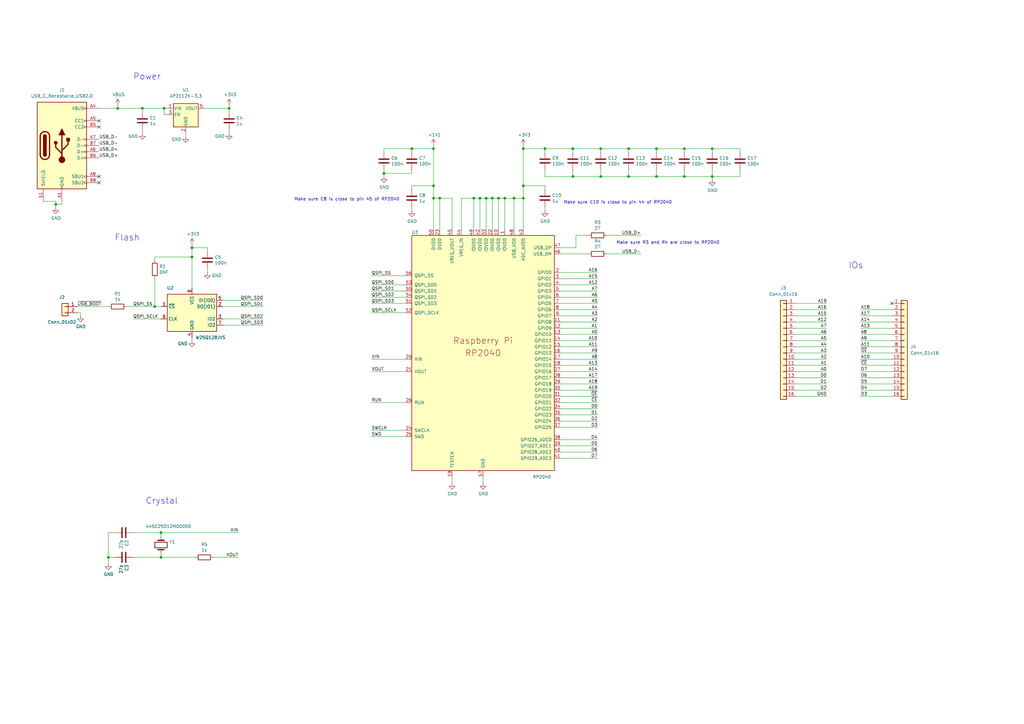
<source format=kicad_sch>
(kicad_sch (version 20211123) (generator eeschema)
  (paper "A3")
  (title_block (title "RP2040 Minimal Design Example") (date "2020-12-18") (rev "REV1") (company "Raspberry Pi (Trading) Ltd"))
  (lib_symbols
    (symbol "Connector:USB_C_Receptacle_USB2.0" (pin_names (offset 1.016))
      (property "Reference" "J" (at -10.16 19.05 0))
      (property "Value" "USB_C_Receptacle_USB2.0" (at 19.05 19.05 0))
      (symbol "USB_C_Receptacle_USB2.0_0_0"
        (rectangle (start -0.254 -17.78) (end 0.254 -16.764))
        (rectangle (start 10.16 -14.986) (end 9.144 -15.494))
        (rectangle (start 10.16 -12.446) (end 9.144 -12.954))
        (rectangle (start 10.16 -4.826) (end 9.144 -5.334))
        (rectangle (start 10.16 -2.286) (end 9.144 -2.794))
        (rectangle (start 10.16 0.254) (end 9.144 -0.254))
        (rectangle (start 10.16 2.794) (end 9.144 2.286))
        (rectangle (start 10.16 7.874) (end 9.144 7.366))
        (rectangle (start 10.16 10.414) (end 9.144 9.906))
        (rectangle (start 10.16 15.494) (end 9.144 14.986))
      )
      (symbol "USB_C_Receptacle_USB2.0_0_1"
        (rectangle (start -10.16 17.78) (end 10.16 -17.78) (stroke (width 0.254)) (fill (type background)))
        (arc (start -8.89 -3.81) (mid -6.985 -5.715) (end -5.08 -3.81) (stroke (width 0.508)))
        (arc (start -7.62 -3.81) (mid -6.985 -4.445) (end -6.35 -3.81) (stroke (width 0.254)))
        (arc (start -7.62 -3.81) (mid -6.985 -4.445) (end -6.35 -3.81) (stroke (width 0.254)) (fill (type outline)))
        (rectangle (start -7.62 -3.81) (end -6.35 3.81) (stroke (width 0.254)) (fill (type outline)))
        (arc (start -6.35 3.81) (mid -6.985 4.445) (end -7.62 3.81) (stroke (width 0.254)))
        (arc (start -6.35 3.81) (mid -6.985 4.445) (end -7.62 3.81) (stroke (width 0.254)) (fill (type outline)))
        (arc (start -5.08 3.81) (mid -6.985 5.715) (end -8.89 3.81) (stroke (width 0.508)))
        (circle (center -2.54 1.143) (radius 0.635) (stroke (width 0.254)) (fill (type outline)))
        (circle (center 0 -5.842) (radius 1.27) (fill (type outline)))
        (polyline (pts (xy -8.89 -3.81) (xy -8.89 3.81)) (stroke (width 0.508)))
        (polyline (pts (xy -5.08 3.81) (xy -5.08 -3.81)) (stroke (width 0.508)))
        (polyline (pts (xy 0 -5.842) (xy 0 4.318)) (stroke (width 0.508)))
        (polyline (pts (xy 0 -3.302) (xy -2.54 -0.762) (xy -2.54 0.508)) (stroke (width 0.508)))
        (polyline (pts (xy 0 -2.032) (xy 2.54 0.508) (xy 2.54 1.778)) (stroke (width 0.508)))
        (polyline (pts (xy -1.27 4.318) (xy 0 6.858) (xy 1.27 4.318) (xy -1.27 4.318)) (stroke (width 0.254)) (fill (type outline)))
        (rectangle (start 1.905 1.778) (end 3.175 3.048) (stroke (width 0.254)) (fill (type outline)))
      )
      (symbol "USB_C_Receptacle_USB2.0_1_1"
        (pin passive line (at 0 -22.86 90) (length 5.08) (name "GND") (number "A1"))
        (pin passive line (at 0 -22.86 90) (length 5.08) hide (name "GND") (number "A12"))
        (pin passive line (at 15.24 15.24 180) (length 5.08) (name "VBUS") (number "A4"))
        (pin bidirectional line (at 15.24 10.16 180) (length 5.08) (name "CC1") (number "A5"))
        (pin bidirectional line (at 15.24 -2.54 180) (length 5.08) (name "D+") (number "A6"))
        (pin bidirectional line (at 15.24 2.54 180) (length 5.08) (name "D-") (number "A7"))
        (pin bidirectional line (at 15.24 -12.7 180) (length 5.08) (name "SBU1") (number "A8"))
        (pin passive line (at 15.24 15.24 180) (length 5.08) hide (name "VBUS") (number "A9"))
        (pin passive line (at 0 -22.86 90) (length 5.08) hide (name "GND") (number "B1"))
        (pin passive line (at 0 -22.86 90) (length 5.08) hide (name "GND") (number "B12"))
        (pin passive line (at 15.24 15.24 180) (length 5.08) hide (name "VBUS") (number "B4"))
        (pin bidirectional line (at 15.24 7.62 180) (length 5.08) (name "CC2") (number "B5"))
        (pin bidirectional line (at 15.24 -5.08 180) (length 5.08) (name "D+") (number "B6"))
        (pin bidirectional line (at 15.24 0 180) (length 5.08) (name "D-") (number "B7"))
        (pin bidirectional line (at 15.24 -15.24 180) (length 5.08) (name "SBU2") (number "B8"))
        (pin passive line (at 15.24 15.24 180) (length 5.08) hide (name "VBUS") (number "B9"))
        (pin passive line (at -7.62 -22.86 90) (length 5.08) (name "SHIELD") (number "S1"))
      )
    )
    (symbol "Connector_Generic:Conn_01x02" (pin_names (offset 1.016) hide)
      (property "Reference" "J" (at 0 2.54 0))
      (property "Value" "Conn_01x02" (at 0 -5.08 0))
      (symbol "Conn_01x02_1_1"
        (rectangle (start -1.27 -2.413) (end 0 -2.667) (stroke (width 0.1524)))
        (rectangle (start -1.27 0.127) (end 0 -0.127) (stroke (width 0.1524)))
        (rectangle (start -1.27 1.27) (end 1.27 -3.81) (stroke (width 0.254)) (fill (type background)))
        (pin passive line (at -5.08 0 0) (length 3.81) (name "Pin_1") (number "1"))
        (pin passive line (at -5.08 -2.54 0) (length 3.81) (name "Pin_2") (number "2"))
      )
    )
    (symbol "Connector_Generic:Conn_01x16" (pin_names (offset 1.016) hide)
      (property "Reference" "J" (at 0 20.32 0))
      (property "Value" "Conn_01x16" (at 0 -22.86 0))
      (symbol "Conn_01x16_1_1"
        (rectangle (start -1.27 -20.193) (end 0 -20.447) (stroke (width 0.1524)))
        (rectangle (start -1.27 -17.653) (end 0 -17.907) (stroke (width 0.1524)))
        (rectangle (start -1.27 -15.113) (end 0 -15.367) (stroke (width 0.1524)))
        (rectangle (start -1.27 -12.573) (end 0 -12.827) (stroke (width 0.1524)))
        (rectangle (start -1.27 -10.033) (end 0 -10.287) (stroke (width 0.1524)))
        (rectangle (start -1.27 -7.493) (end 0 -7.747) (stroke (width 0.1524)))
        (rectangle (start -1.27 -4.953) (end 0 -5.207) (stroke (width 0.1524)))
        (rectangle (start -1.27 -2.413) (end 0 -2.667) (stroke (width 0.1524)))
        (rectangle (start -1.27 0.127) (end 0 -0.127) (stroke (width 0.1524)))
        (rectangle (start -1.27 2.667) (end 0 2.413) (stroke (width 0.1524)))
        (rectangle (start -1.27 5.207) (end 0 4.953) (stroke (width 0.1524)))
        (rectangle (start -1.27 7.747) (end 0 7.493) (stroke (width 0.1524)))
        (rectangle (start -1.27 10.287) (end 0 10.033) (stroke (width 0.1524)))
        (rectangle (start -1.27 12.827) (end 0 12.573) (stroke (width 0.1524)))
        (rectangle (start -1.27 15.367) (end 0 15.113) (stroke (width 0.1524)))
        (rectangle (start -1.27 17.907) (end 0 17.653) (stroke (width 0.1524)))
        (rectangle (start -1.27 19.05) (end 1.27 -21.59) (stroke (width 0.254)) (fill (type background)))
        (pin passive line (at -5.08 17.78 0) (length 3.81) (name "Pin_1") (number "1"))
        (pin passive line (at -5.08 -5.08 0) (length 3.81) (name "Pin_10") (number "10"))
        (pin passive line (at -5.08 -7.62 0) (length 3.81) (name "Pin_11") (number "11"))
        (pin passive line (at -5.08 -10.16 0) (length 3.81) (name "Pin_12") (number "12"))
        (pin passive line (at -5.08 -12.7 0) (length 3.81) (name "Pin_13") (number "13"))
        (pin passive line (at -5.08 -15.24 0) (length 3.81) (name "Pin_14") (number "14"))
        (pin passive line (at -5.08 -17.78 0) (length 3.81) (name "Pin_15") (number "15"))
        (pin passive line (at -5.08 -20.32 0) (length 3.81) (name "Pin_16") (number "16"))
        (pin passive line (at -5.08 15.24 0) (length 3.81) (name "Pin_2") (number "2"))
        (pin passive line (at -5.08 12.7 0) (length 3.81) (name "Pin_3") (number "3"))
        (pin passive line (at -5.08 10.16 0) (length 3.81) (name "Pin_4") (number "4"))
        (pin passive line (at -5.08 7.62 0) (length 3.81) (name "Pin_5") (number "5"))
        (pin passive line (at -5.08 5.08 0) (length 3.81) (name "Pin_6") (number "6"))
        (pin passive line (at -5.08 2.54 0) (length 3.81) (name "Pin_7") (number "7"))
        (pin passive line (at -5.08 0 0) (length 3.81) (name "Pin_8") (number "8"))
        (pin passive line (at -5.08 -2.54 0) (length 3.81) (name "Pin_9") (number "9"))
      )
    )
    (symbol "Device:C" (pin_numbers hide) (pin_names (offset 0.254))
      (property "Reference" "C" (at 0.635 2.54 0))
      (property "Value" "C" (at 0.635 -2.54 0))
      (symbol "C_0_1"
        (polyline (pts (xy -2.032 -0.762) (xy 2.032 -0.762)) (stroke (width 0.508)))
        (polyline (pts (xy -2.032 0.762) (xy 2.032 0.762)) (stroke (width 0.508)))
      )
      (symbol "C_1_1"
        (pin passive line (at 0 3.81 270) (length 2.794) (name "~") (number "1"))
        (pin passive line (at 0 -3.81 90) (length 2.794) (name "~") (number "2"))
      )
    )
    (symbol "Device:Crystal" (pin_numbers hide) (pin_names (offset 1.016) hide)
      (property "Reference" "Y" (at 0 3.81 0))
      (property "Value" "Crystal" (at 0 -3.81 0))
      (symbol "Crystal_0_1"
        (rectangle (start -1.143 2.54) (end 1.143 -2.54) (stroke (width 0.3048)))
        (polyline (pts (xy -2.54 0) (xy -1.905 0)))
        (polyline (pts (xy -1.905 -1.27) (xy -1.905 1.27)) (stroke (width 0.508)))
        (polyline (pts (xy 1.905 -1.27) (xy 1.905 1.27)) (stroke (width 0.508)))
        (polyline (pts (xy 2.54 0) (xy 1.905 0)))
      )
      (symbol "Crystal_1_1"
        (pin passive line (at -3.81 0 0) (length 1.27) (name "1") (number "1"))
        (pin passive line (at 3.81 0 180) (length 1.27) (name "2") (number "2"))
      )
    )
    (symbol "Device:R" (pin_numbers hide) (pin_names (offset 0))
      (property "Reference" "R" (at 2.032 0 90))
      (property "Value" "R" (at 0 0 90))
      (symbol "R_0_1"
        (rectangle (start -1.016 -2.54) (end 1.016 2.54) (stroke (width 0.254)))
      )
      (symbol "R_1_1"
        (pin passive line (at 0 3.81 270) (length 1.27) (name "~") (number "1"))
        (pin passive line (at 0 -3.81 90) (length 1.27) (name "~") (number "2"))
      )
    )
    (symbol "MCU_RaspberryPi_RP2040:RP2040" (pin_names (offset 1.016))
      (property "Reference" "U" (at -29.21 49.53 0))
      (property "Value" "RP2040" (at 24.13 -49.53 0))
      (symbol "RP2040_0_0"
        (text "Raspberry Pi" (at 0 5.08 0) (effects (font (size 2.54 2.54))))
        (text "RP2040" (at 0 0 0) (effects (font (size 2.54 2.54))))
      )
      (symbol "RP2040_0_1"
        (rectangle (start 29.21 48.26) (end -29.21 -48.26) (stroke (width 0.254)) (fill (type background)))
      )
      (symbol "RP2040_1_1"
        (pin power_in line (at 8.89 50.8 270) (length 2.54) (name "IOVDD") (number "1"))
        (pin power_in line (at 6.35 50.8 270) (length 2.54) (name "IOVDD") (number "10"))
        (pin bidirectional line (at 31.75 12.7 180) (length 2.54) (name "GPIO8") (number "11"))
        (pin bidirectional line (at 31.75 10.16 180) (length 2.54) (name "GPIO9") (number "12"))
        (pin bidirectional line (at 31.75 7.62 180) (length 2.54) (name "GPIO10") (number "13"))
        (pin bidirectional line (at 31.75 5.08 180) (length 2.54) (name "GPIO11") (number "14"))
        (pin bidirectional line (at 31.75 2.54 180) (length 2.54) (name "GPIO12") (number "15"))
        (pin bidirectional line (at 31.75 0 180) (length 2.54) (name "GPIO13") (number "16"))
        (pin bidirectional line (at 31.75 -2.54 180) (length 2.54) (name "GPIO14") (number "17"))
        (pin bidirectional line (at 31.75 -5.08 180) (length 2.54) (name "GPIO15") (number "18"))
        (pin passive line (at -12.7 -50.8 90) (length 2.54) (name "TESTEN") (number "19"))
        (pin bidirectional line (at 31.75 33.02 180) (length 2.54) (name "GPIO0") (number "2"))
        (pin input line (at -31.75 -2.54 0) (length 2.54) (name "XIN") (number "20"))
        (pin passive line (at -31.75 -7.62 0) (length 2.54) (name "XOUT") (number "21"))
        (pin power_in line (at 3.81 50.8 270) (length 2.54) (name "IOVDD") (number "22"))
        (pin power_in line (at -17.78 50.8 270) (length 2.54) (name "DVDD") (number "23"))
        (pin output line (at -31.75 -31.75 0) (length 2.54) (name "SWCLK") (number "24"))
        (pin bidirectional line (at -31.75 -34.29 0) (length 2.54) (name "SWD") (number "25"))
        (pin input line (at -31.75 -20.32 0) (length 2.54) (name "RUN") (number "26"))
        (pin bidirectional line (at 31.75 -7.62 180) (length 2.54) (name "GPIO16") (number "27"))
        (pin bidirectional line (at 31.75 -10.16 180) (length 2.54) (name "GPIO17") (number "28"))
        (pin bidirectional line (at 31.75 -12.7 180) (length 2.54) (name "GPIO18") (number "29"))
        (pin bidirectional line (at 31.75 30.48 180) (length 2.54) (name "GPIO1") (number "3"))
        (pin bidirectional line (at 31.75 -15.24 180) (length 2.54) (name "GPIO19") (number "30"))
        (pin bidirectional line (at 31.75 -17.78 180) (length 2.54) (name "GPIO20") (number "31"))
        (pin bidirectional line (at 31.75 -20.32 180) (length 2.54) (name "GPIO21") (number "32"))
        (pin power_in line (at 1.27 50.8 270) (length 2.54) (name "IOVDD") (number "33"))
        (pin bidirectional line (at 31.75 -22.86 180) (length 2.54) (name "GPIO22") (number "34"))
        (pin bidirectional line (at 31.75 -25.4 180) (length 2.54) (name "GPIO23") (number "35"))
        (pin bidirectional line (at 31.75 -27.94 180) (length 2.54) (name "GPIO24") (number "36"))
        (pin bidirectional line (at 31.75 -30.48 180) (length 2.54) (name "GPIO25") (number "37"))
        (pin bidirectional line (at 31.75 -35.56 180) (length 2.54) (name "GPIO26_ADC0") (number "38"))
        (pin bidirectional line (at 31.75 -38.1 180) (length 2.54) (name "GPIO27_ADC1") (number "39"))
        (pin bidirectional line (at 31.75 27.94 180) (length 2.54) (name "GPIO2") (number "4"))
        (pin bidirectional line (at 31.75 -40.64 180) (length 2.54) (name "GPIO28_ADC2") (number "40"))
        (pin bidirectional line (at 31.75 -43.18 180) (length 2.54) (name "GPIO29_ADC3") (number "41"))
        (pin power_in line (at -1.27 50.8 270) (length 2.54) (name "IOVDD") (number "42"))
        (pin power_in line (at 16.51 50.8 270) (length 2.54) (name "ADC_AVDD") (number "43"))
        (pin power_in line (at -8.89 50.8 270) (length 2.54) (name "VREG_IN") (number "44"))
        (pin power_out line (at -12.7 50.8 270) (length 2.54) (name "VREG_VOUT") (number "45"))
        (pin bidirectional line (at 31.75 40.64 180) (length 2.54) (name "USB_DM") (number "46"))
        (pin bidirectional line (at 31.75 43.18 180) (length 2.54) (name "USB_DP") (number "47"))
        (pin power_in line (at 12.7 50.8 270) (length 2.54) (name "USB_VDD") (number "48"))
        (pin power_in line (at -3.81 50.8 270) (length 2.54) (name "IOVDD") (number "49"))
        (pin bidirectional line (at 31.75 25.4 180) (length 2.54) (name "GPIO3") (number "5"))
        (pin power_in line (at -20.32 50.8 270) (length 2.54) (name "DVDD") (number "50"))
        (pin bidirectional line (at -31.75 20.32 0) (length 2.54) (name "QSPI_SD3") (number "51"))
        (pin output line (at -31.75 16.51 0) (length 2.54) (name "QSPI_SCLK") (number "52"))
        (pin bidirectional line (at -31.75 27.94 0) (length 2.54) (name "QSPI_SD0") (number "53"))
        (pin bidirectional line (at -31.75 22.86 0) (length 2.54) (name "QSPI_SD2") (number "54"))
        (pin bidirectional line (at -31.75 25.4 0) (length 2.54) (name "QSPI_SD1") (number "55"))
        (pin bidirectional line (at -31.75 31.75 0) (length 2.54) (name "QSPI_SS") (number "56"))
        (pin power_in line (at 0 -50.8 90) (length 2.54) (name "GND") (number "57"))
        (pin bidirectional line (at 31.75 22.86 180) (length 2.54) (name "GPIO4") (number "6"))
        (pin bidirectional line (at 31.75 20.32 180) (length 2.54) (name "GPIO5") (number "7"))
        (pin bidirectional line (at 31.75 17.78 180) (length 2.54) (name "GPIO6") (number "8"))
        (pin bidirectional line (at 31.75 15.24 180) (length 2.54) (name "GPIO7") (number "9"))
      )
    )
    (symbol "Memory_Flash:W25Q128JVS"
      (property "Reference" "U" (at -8.89 8.89 0))
      (property "Value" "W25Q128JVS" (at 7.62 8.89 0))
      (symbol "W25Q128JVS_0_1"
        (rectangle (start -10.16 7.62) (end 10.16 -7.62) (stroke (width 0.254)) (fill (type background)))
      )
      (symbol "W25Q128JVS_1_1"
        (pin input line (at -12.7 2.54 0) (length 2.54) (name "~{CS}") (number "1"))
        (pin bidirectional line (at 12.7 2.54 180) (length 2.54) (name "DO(IO1)") (number "2"))
        (pin bidirectional line (at 12.7 -2.54 180) (length 2.54) (name "IO2") (number "3"))
        (pin power_in line (at 0 -10.16 90) (length 2.54) (name "GND") (number "4"))
        (pin bidirectional line (at 12.7 5.08 180) (length 2.54) (name "DI(IO0)") (number "5"))
        (pin input line (at -12.7 -2.54 0) (length 2.54) (name "CLK") (number "6"))
        (pin bidirectional line (at 12.7 -5.08 180) (length 2.54) (name "IO3") (number "7"))
        (pin power_in line (at 0 10.16 270) (length 2.54) (name "VCC") (number "8"))
      )
    )
    (symbol "Regulator_Linear:AP2112K-3.3" (pin_names (offset 0.254))
      (property "Reference" "U" (at -5.08 5.715 0))
      (property "Value" "AP2112K-3.3" (at 0 5.715 0))
      (symbol "AP2112K-3.3_0_1"
        (rectangle (start -5.08 4.445) (end 5.08 -5.08) (stroke (width 0.254)) (fill (type background)))
      )
      (symbol "AP2112K-3.3_1_1"
        (pin power_in line (at -7.62 2.54 0) (length 2.54) (name "VIN") (number "1"))
        (pin power_in line (at 0 -7.62 90) (length 2.54) (name "GND") (number "2"))
        (pin input line (at -7.62 0 0) (length 2.54) (name "EN") (number "3"))
        (pin no_connect line (at 5.08 0 180) (length 2.54) hide (name "NC") (number "4"))
        (pin power_out line (at 7.62 2.54 180) (length 2.54) (name "VOUT") (number "5"))
      )
    )
    (symbol "power:+1V1" (power) (pin_names (offset 0))
      (property "Value" "+1V1" (at 0 3.556 0))
      (symbol "+1V1_0_1"
        (polyline (pts (xy -0.762 1.27) (xy 0 2.54)))
        (polyline (pts (xy 0 0) (xy 0 2.54)))
        (polyline (pts (xy 0 2.54) (xy 0.762 1.27)))
      )
      (symbol "+1V1_1_1"
        (pin power_in line (at 0 0 90) (length 0) hide (name "+1V1") (number "1"))
      )
    )
    (symbol "power:+3V3" (power) (pin_names (offset 0))
      (property "Value" "+3V3" (at 0 3.556 0))
      (symbol "+3V3_0_1"
        (polyline (pts (xy -0.762 1.27) (xy 0 2.54)))
        (polyline (pts (xy 0 0) (xy 0 2.54)))
        (polyline (pts (xy 0 2.54) (xy 0.762 1.27)))
      )
      (symbol "+3V3_1_1"
        (pin power_in line (at 0 0 90) (length 0) hide (name "+3V3") (number "1"))
      )
    )
    (symbol "power:GND" (power) (pin_names (offset 0))
      (property "Value" "GND" (at 0 -3.81 0))
      (symbol "GND_0_1"
        (polyline (pts (xy 0 0) (xy 0 -1.27) (xy 1.27 -1.27) (xy 0 -2.54) (xy -1.27 -1.27) (xy 0 -1.27)))
      )
      (symbol "GND_1_1"
        (pin power_in line (at 0 0 270) (length 0) hide (name "GND") (number "1"))
      )
    )
    (symbol "power:VBUS" (power) (pin_names (offset 0))
      (property "Value" "VBUS" (at 0 3.81 0))
      (symbol "VBUS_0_1"
        (polyline (pts (xy -0.762 1.27) (xy 0 2.54)))
        (polyline (pts (xy 0 0) (xy 0 2.54)))
        (polyline (pts (xy 0 2.54) (xy 0.762 1.27)))
      )
      (symbol "VBUS_1_1"
        (pin power_in line (at 0 0 90) (length 0) hide (name "VBUS") (number "1"))
      )
    )
  )
  (junction (at 257.81 60.96))
  (junction (at 78.74 101.6))
  (junction (at 269.24 60.96))
  (junction (at 157.48 71.12))
  (junction (at 22.86 83.82))
  (junction (at 246.38 72.39))
  (junction (at 66.04 218.44))
  (junction (at 168.91 60.96))
  (junction (at 234.95 60.96))
  (junction (at 44.45 228.6))
  (junction (at 257.81 72.39))
  (junction (at 93.98 44.45))
  (junction (at 223.52 60.96))
  (junction (at 194.31 81.28))
  (junction (at 280.67 60.96))
  (junction (at 177.8 60.96))
  (junction (at 214.63 81.28))
  (junction (at 199.39 81.28))
  (junction (at 214.63 76.2))
  (junction (at 292.1 60.96))
  (junction (at 292.1 72.39))
  (junction (at 214.63 60.96))
  (junction (at 269.24 72.39))
  (junction (at 196.85 81.28))
  (junction (at 48.26 44.45))
  (junction (at 210.82 81.28))
  (junction (at 280.67 72.39))
  (junction (at 177.8 76.2))
  (junction (at 234.95 72.39))
  (junction (at 180.34 81.28))
  (junction (at 67.31 44.45))
  (junction (at 207.01 81.28))
  (junction (at 204.47 81.28))
  (junction (at 78.74 105.41))
  (junction (at 63.5 125.73))
  (junction (at 66.04 228.6))
  (junction (at 201.93 81.28))
  (junction (at 58.42 44.45))
  (junction (at 246.38 60.96))
  (junction (at 177.8 81.28))
  (no_connect (at 40.64 49.53))
  (no_connect (at 365.76 124.46))
  (no_connect (at 40.64 72.39))
  (no_connect (at 40.64 52.07))
  (no_connect (at 40.64 74.93))
  (wire (pts (xy 76.2 54.61) (xy 76.2 55.88)))
  (wire (pts (xy 166.37 152.4) (xy 152.4 152.4)))
  (wire (pts (xy 85.09 110.49) (xy 85.09 111.76)))
  (wire (pts (xy 303.53 62.23) (xy 303.53 60.96)))
  (wire (pts (xy 44.45 125.73) (xy 31.75 125.73)))
  (wire (pts (xy 269.24 69.85) (xy 269.24 72.39)))
  (wire (pts (xy 339.09 149.86) (xy 326.39 149.86)))
  (wire (pts (xy 229.87 167.64) (xy 245.11 167.64)))
  (wire (pts (xy 353.06 144.78) (xy 365.76 144.78)))
  (wire (pts (xy 157.48 60.96) (xy 168.91 60.96)))
  (wire (pts (xy 353.06 154.94) (xy 365.76 154.94)))
  (wire (pts (xy 185.42 195.58) (xy 185.42 198.12)))
  (wire (pts (xy 83.82 44.45) (xy 93.98 44.45)))
  (wire (pts (xy 54.61 228.6) (xy 66.04 228.6)))
  (wire (pts (xy 166.37 179.07) (xy 152.4 179.07)))
  (wire (pts (xy 229.87 111.76) (xy 245.11 111.76)))
  (wire (pts (xy 229.87 101.6) (xy 236.22 101.6)))
  (wire (pts (xy 194.31 93.98) (xy 194.31 81.28)))
  (wire (pts (xy 157.48 62.23) (xy 157.48 60.96)))
  (wire (pts (xy 67.31 44.45) (xy 67.31 46.99)))
  (wire (pts (xy 229.87 149.86) (xy 245.11 149.86)))
  (wire (pts (xy 44.45 218.44) (xy 44.45 228.6)))
  (wire (pts (xy 91.44 123.19) (xy 107.95 123.19)))
  (wire (pts (xy 78.74 105.41) (xy 78.74 118.11)))
  (wire (pts (xy 68.58 46.99) (xy 67.31 46.99)))
  (wire (pts (xy 229.87 160.02) (xy 245.11 160.02)))
  (wire (pts (xy 68.58 44.45) (xy 67.31 44.45)))
  (wire (pts (xy 229.87 142.24) (xy 245.11 142.24)))
  (wire (pts (xy 196.85 81.28) (xy 199.39 81.28)))
  (wire (pts (xy 177.8 81.28) (xy 177.8 93.98)))
  (wire (pts (xy 63.5 114.3) (xy 63.5 125.73)))
  (wire (pts (xy 339.09 147.32) (xy 326.39 147.32)))
  (wire (pts (xy 177.8 59.69) (xy 177.8 60.96)))
  (wire (pts (xy 199.39 81.28) (xy 201.93 81.28)))
  (wire (pts (xy 229.87 116.84) (xy 245.11 116.84)))
  (wire (pts (xy 229.87 144.78) (xy 245.11 144.78)))
  (wire (pts (xy 48.26 44.45) (xy 58.42 44.45)))
  (wire (pts (xy 353.06 132.08) (xy 365.76 132.08)))
  (wire (pts (xy 229.87 172.72) (xy 245.11 172.72)))
  (wire (pts (xy 339.09 124.46) (xy 326.39 124.46)))
  (wire (pts (xy 229.87 187.96) (xy 245.11 187.96)))
  (wire (pts (xy 40.64 44.45) (xy 48.26 44.45)))
  (wire (pts (xy 58.42 45.72) (xy 58.42 44.45)))
  (wire (pts (xy 207.01 81.28) (xy 210.82 81.28)))
  (wire (pts (xy 236.22 96.52) (xy 241.3 96.52)))
  (wire (pts (xy 66.04 218.44) (xy 97.79 218.44)))
  (wire (pts (xy 229.87 119.38) (xy 245.11 119.38)))
  (wire (pts (xy 22.86 82.55) (xy 22.86 83.82)))
  (wire (pts (xy 339.09 134.62) (xy 326.39 134.62)))
  (wire (pts (xy 168.91 62.23) (xy 168.91 60.96)))
  (wire (pts (xy 85.09 101.6) (xy 78.74 101.6)))
  (wire (pts (xy 207.01 81.28) (xy 207.01 93.98)))
  (wire (pts (xy 269.24 60.96) (xy 280.67 60.96)))
  (wire (pts (xy 177.8 76.2) (xy 177.8 81.28)))
  (wire (pts (xy 46.99 218.44) (xy 44.45 218.44)))
  (wire (pts (xy 22.86 83.82) (xy 22.86 85.09)))
  (wire (pts (xy 185.42 81.28) (xy 180.34 81.28)))
  (wire (pts (xy 353.06 127) (xy 365.76 127)))
  (wire (pts (xy 246.38 62.23) (xy 246.38 60.96)))
  (wire (pts (xy 292.1 72.39) (xy 303.53 72.39)))
  (wire (pts (xy 152.4 147.32) (xy 166.37 147.32)))
  (wire (pts (xy 168.91 60.96) (xy 177.8 60.96)))
  (wire (pts (xy 246.38 69.85) (xy 246.38 72.39)))
  (wire (pts (xy 214.63 76.2) (xy 223.52 76.2)))
  (wire (pts (xy 280.67 60.96) (xy 292.1 60.96)))
  (wire (pts (xy 292.1 60.96) (xy 303.53 60.96)))
  (wire (pts (xy 166.37 176.53) (xy 152.4 176.53)))
  (wire (pts (xy 257.81 69.85) (xy 257.81 72.39)))
  (wire (pts (xy 229.87 134.62) (xy 245.11 134.62)))
  (wire (pts (xy 180.34 81.28) (xy 177.8 81.28)))
  (wire (pts (xy 229.87 154.94) (xy 245.11 154.94)))
  (wire (pts (xy 229.87 114.3) (xy 245.11 114.3)))
  (wire (pts (xy 152.4 119.38) (xy 166.37 119.38)))
  (wire (pts (xy 194.31 81.28) (xy 196.85 81.28)))
  (wire (pts (xy 353.06 149.86) (xy 365.76 149.86)))
  (wire (pts (xy 303.53 69.85) (xy 303.53 72.39)))
  (wire (pts (xy 339.09 157.48) (xy 326.39 157.48)))
  (wire (pts (xy 63.5 125.73) (xy 66.04 125.73)))
  (wire (pts (xy 214.63 59.69) (xy 214.63 60.96)))
  (wire (pts (xy 91.44 133.35) (xy 107.95 133.35)))
  (wire (pts (xy 33.02 128.27) (xy 33.02 129.54)))
  (wire (pts (xy 157.48 71.12) (xy 168.91 71.12)))
  (wire (pts (xy 196.85 93.98) (xy 196.85 81.28)))
  (wire (pts (xy 223.52 77.47) (xy 223.52 76.2)))
  (wire (pts (xy 54.61 218.44) (xy 66.04 218.44)))
  (wire (pts (xy 54.61 130.81) (xy 66.04 130.81)))
  (wire (pts (xy 66.04 227.33) (xy 66.04 228.6)))
  (wire (pts (xy 257.81 62.23) (xy 257.81 60.96)))
  (wire (pts (xy 229.87 180.34) (xy 245.11 180.34)))
  (wire (pts (xy 229.87 129.54) (xy 245.11 129.54)))
  (wire (pts (xy 269.24 72.39) (xy 257.81 72.39)))
  (wire (pts (xy 339.09 132.08) (xy 326.39 132.08)))
  (wire (pts (xy 229.87 170.18) (xy 245.11 170.18)))
  (wire (pts (xy 67.31 44.45) (xy 58.42 44.45)))
  (wire (pts (xy 152.4 124.46) (xy 166.37 124.46)))
  (wire (pts (xy 66.04 228.6) (xy 80.01 228.6)))
  (wire (pts (xy 166.37 165.1) (xy 152.4 165.1)))
  (wire (pts (xy 78.74 100.33) (xy 78.74 101.6)))
  (wire (pts (xy 292.1 72.39) (xy 292.1 73.66)))
  (wire (pts (xy 229.87 104.14) (xy 241.3 104.14)))
  (wire (pts (xy 204.47 81.28) (xy 207.01 81.28)))
  (wire (pts (xy 353.06 129.54) (xy 365.76 129.54)))
  (wire (pts (xy 353.06 162.56) (xy 365.76 162.56)))
  (wire (pts (xy 229.87 124.46) (xy 245.11 124.46)))
  (wire (pts (xy 229.87 162.56) (xy 245.11 162.56)))
  (wire (pts (xy 58.42 53.34) (xy 58.42 54.61)))
  (wire (pts (xy 229.87 185.42) (xy 245.11 185.42)))
  (wire (pts (xy 223.52 85.09) (xy 223.52 86.36)))
  (wire (pts (xy 339.09 160.02) (xy 326.39 160.02)))
  (wire (pts (xy 214.63 81.28) (xy 214.63 93.98)))
  (wire (pts (xy 353.06 157.48) (xy 365.76 157.48)))
  (wire (pts (xy 44.45 228.6) (xy 44.45 231.14)))
  (wire (pts (xy 189.23 93.98) (xy 189.23 81.28)))
  (wire (pts (xy 177.8 60.96) (xy 177.8 76.2)))
  (wire (pts (xy 229.87 121.92) (xy 245.11 121.92)))
  (wire (pts (xy 280.67 62.23) (xy 280.67 60.96)))
  (wire (pts (xy 204.47 93.98) (xy 204.47 81.28)))
  (wire (pts (xy 66.04 219.71) (xy 66.04 218.44)))
  (wire (pts (xy 353.06 139.7) (xy 365.76 139.7)))
  (wire (pts (xy 257.81 60.96) (xy 269.24 60.96)))
  (wire (pts (xy 210.82 93.98) (xy 210.82 81.28)))
  (wire (pts (xy 234.95 69.85) (xy 234.95 72.39)))
  (wire (pts (xy 91.44 125.73) (xy 107.95 125.73)))
  (wire (pts (xy 198.12 195.58) (xy 198.12 198.12)))
  (wire (pts (xy 353.06 137.16) (xy 365.76 137.16)))
  (wire (pts (xy 168.91 77.47) (xy 168.91 76.2)))
  (wire (pts (xy 25.4 82.55) (xy 25.4 83.82)))
  (wire (pts (xy 246.38 60.96) (xy 257.81 60.96)))
  (wire (pts (xy 168.91 85.09) (xy 168.91 86.36)))
  (wire (pts (xy 248.92 104.14) (xy 262.89 104.14)))
  (wire (pts (xy 339.09 162.56) (xy 326.39 162.56)))
  (wire (pts (xy 210.82 81.28) (xy 214.63 81.28)))
  (wire (pts (xy 339.09 137.16) (xy 326.39 137.16)))
  (wire (pts (xy 168.91 76.2) (xy 177.8 76.2)))
  (wire (pts (xy 87.63 228.6) (xy 97.79 228.6)))
  (wire (pts (xy 257.81 72.39) (xy 246.38 72.39)))
  (wire (pts (xy 339.09 144.78) (xy 326.39 144.78)))
  (wire (pts (xy 22.86 82.55) (xy 17.78 82.55)))
  (wire (pts (xy 229.87 127) (xy 245.11 127)))
  (wire (pts (xy 78.74 138.43) (xy 78.74 139.7)))
  (wire (pts (xy 168.91 71.12) (xy 168.91 69.85)))
  (wire (pts (xy 214.63 60.96) (xy 223.52 60.96)))
  (wire (pts (xy 292.1 69.85) (xy 292.1 72.39)))
  (wire (pts (xy 91.44 130.81) (xy 107.95 130.81)))
  (wire (pts (xy 236.22 96.52) (xy 236.22 101.6)))
  (wire (pts (xy 234.95 62.23) (xy 234.95 60.96)))
  (wire (pts (xy 229.87 147.32) (xy 245.11 147.32)))
  (wire (pts (xy 93.98 53.34) (xy 93.98 54.61)))
  (wire (pts (xy 234.95 60.96) (xy 246.38 60.96)))
  (wire (pts (xy 339.09 152.4) (xy 326.39 152.4)))
  (wire (pts (xy 52.07 125.73) (xy 63.5 125.73)))
  (wire (pts (xy 63.5 105.41) (xy 78.74 105.41)))
  (wire (pts (xy 229.87 157.48) (xy 245.11 157.48)))
  (wire (pts (xy 25.4 83.82) (xy 22.86 83.82)))
  (wire (pts (xy 248.92 96.52) (xy 262.89 96.52)))
  (wire (pts (xy 180.34 93.98) (xy 180.34 81.28)))
  (wire (pts (xy 229.87 152.4) (xy 245.11 152.4)))
  (wire (pts (xy 157.48 71.12) (xy 157.48 72.39)))
  (wire (pts (xy 339.09 129.54) (xy 326.39 129.54)))
  (wire (pts (xy 48.26 43.18) (xy 48.26 44.45)))
  (wire (pts (xy 201.93 93.98) (xy 201.93 81.28)))
  (wire (pts (xy 229.87 175.26) (xy 245.11 175.26)))
  (wire (pts (xy 353.06 134.62) (xy 365.76 134.62)))
  (wire (pts (xy 223.52 62.23) (xy 223.52 60.96)))
  (wire (pts (xy 214.63 76.2) (xy 214.63 81.28)))
  (wire (pts (xy 63.5 106.68) (xy 63.5 105.41)))
  (wire (pts (xy 189.23 81.28) (xy 194.31 81.28)))
  (wire (pts (xy 78.74 101.6) (xy 78.74 105.41)))
  (wire (pts (xy 280.67 72.39) (xy 269.24 72.39)))
  (wire (pts (xy 223.52 69.85) (xy 223.52 72.39)))
  (wire (pts (xy 214.63 60.96) (xy 214.63 76.2)))
  (wire (pts (xy 229.87 165.1) (xy 245.11 165.1)))
  (wire (pts (xy 292.1 62.23) (xy 292.1 60.96)))
  (wire (pts (xy 339.09 127) (xy 326.39 127)))
  (wire (pts (xy 280.67 69.85) (xy 280.67 72.39)))
  (wire (pts (xy 93.98 44.45) (xy 93.98 43.18)))
  (wire (pts (xy 201.93 81.28) (xy 204.47 81.28)))
  (wire (pts (xy 229.87 182.88) (xy 245.11 182.88)))
  (wire (pts (xy 31.75 128.27) (xy 33.02 128.27)))
  (wire (pts (xy 353.06 142.24) (xy 365.76 142.24)))
  (wire (pts (xy 46.99 228.6) (xy 44.45 228.6)))
  (wire (pts (xy 339.09 154.94) (xy 326.39 154.94)))
  (wire (pts (xy 246.38 72.39) (xy 234.95 72.39)))
  (wire (pts (xy 229.87 139.7) (xy 245.11 139.7)))
  (wire (pts (xy 269.24 62.23) (xy 269.24 60.96)))
  (wire (pts (xy 185.42 93.98) (xy 185.42 81.28)))
  (wire (pts (xy 166.37 128.27) (xy 152.4 128.27)))
  (wire (pts (xy 234.95 72.39) (xy 223.52 72.39)))
  (wire (pts (xy 157.48 69.85) (xy 157.48 71.12)))
  (wire (pts (xy 353.06 147.32) (xy 365.76 147.32)))
  (wire (pts (xy 152.4 121.92) (xy 166.37 121.92)))
  (wire (pts (xy 152.4 116.84) (xy 166.37 116.84)))
  (wire (pts (xy 229.87 137.16) (xy 245.11 137.16)))
  (wire (pts (xy 339.09 139.7) (xy 326.39 139.7)))
  (wire (pts (xy 85.09 102.87) (xy 85.09 101.6)))
  (wire (pts (xy 93.98 45.72) (xy 93.98 44.45)))
  (wire (pts (xy 199.39 93.98) (xy 199.39 81.28)))
  (wire (pts (xy 229.87 132.08) (xy 245.11 132.08)))
  (wire (pts (xy 339.09 142.24) (xy 326.39 142.24)))
  (wire (pts (xy 280.67 72.39) (xy 292.1 72.39)))
  (wire (pts (xy 223.52 60.96) (xy 234.95 60.96)))
  (wire (pts (xy 166.37 113.03) (xy 152.4 113.03)))
  (wire (pts (xy 353.06 160.02) (xy 365.76 160.02)))
  (wire (pts (xy 353.06 152.4) (xy 365.76 152.4)))
  (text "Flash" (at 46.99 99.06 0) (effects (font (size 2.54 2.54)) (justify left bottom)))
  (text "Power" (at 54.61 33.02 0) (effects (font (size 2.54 2.54)) (justify left bottom)))
  (text "Make sure R3 and R4 are close to RP2040" (at 252.73 100.33 0) (effects (font (size 1.27 1.27)) (justify left bottom)))
  (text "Crystal" (at 59.69 207.01 0) (effects (font (size 2.54 2.54)) (justify left bottom)))
  (text "IOs" (at 347.98 110.49 0) (effects (font (size 2.54 2.54)) (justify left bottom)))
  (text "Make sure C8 is close to pin 45 of RP2040" (at 120.65 82.55 0) (effects (font (size 1.27 1.27)) (justify left bottom)))
  (text "Make sure C10 is close to pin 44 of RP2040" (at 231.14 83.82 0) (effects (font (size 1.27 1.27)) (justify left bottom)))
  (label "XOUT" (at 97.79 228.6 180))
  (label "A2" (at 245.11 132.08 180))
  (label "~{USB_BOOT}" (at 31.75 125.73 0))
  (label "A17" (at 353.06 129.54 0))
  (label "A15" (at 245.11 114.3 180))
  (label "QSPI_SD3" (at 152.4 124.46 0))
  (label "USB_D+" (at 40.64 64.77 0))
  (label "D5" (at 245.11 182.88 180))
  (label "A4" (at 339.09 142.24 180))
  (label "USB_D+" (at 40.64 62.23 0))
  (label "D6" (at 353.06 154.94 0))
  (label "XOUT" (at 152.4 152.4 0))
  (label "A1" (at 339.09 149.86 180))
  (label "D6" (at 245.11 185.42 180))
  (label "QSPI_SD0" (at 152.4 116.84 0))
  (label "A0" (at 339.09 152.4 180))
  (label "A16" (at 245.11 111.76 180))
  (label "D2" (at 339.09 160.02 180))
  (label "A12" (at 245.11 116.84 180))
  (label "D3" (at 245.11 175.26 180))
  (label "A10" (at 245.11 139.7 180))
  (label "QSPI_SD0" (at 107.95 123.19 180))
  (label "D4" (at 245.11 180.34 180))
  (label "D7" (at 245.11 187.96 180))
  (label "A0" (at 245.11 137.16 180))
  (label "A5" (at 245.11 124.46 180))
  (label "A11" (at 245.11 142.24 180))
  (label "A19" (at 245.11 160.02 180))
  (label "A5" (at 339.09 139.7 180))
  (label "USB_D-" (at 262.89 104.14 180))
  (label "A2" (at 339.09 147.32 180))
  (label "A18" (at 353.06 127 0))
  (label "A11" (at 353.06 142.24 0))
  (label "SWD" (at 152.4 179.07 0))
  (label "A3" (at 339.09 144.78 180))
  (label "A8" (at 353.06 137.16 0))
  (label "QSPI_SD1" (at 107.95 125.73 180))
  (label "~{CE}" (at 245.11 165.1 180))
  (label "A7" (at 339.09 134.62 180))
  (label "A6" (at 339.09 137.16 180))
  (label "A6" (at 245.11 121.92 180))
  (label "A9" (at 245.11 144.78 180))
  (label "QSPI_SS" (at 152.4 113.03 0))
  (label "A10" (at 353.06 147.32 0))
  (label "USB_D-" (at 40.64 59.69 0))
  (label "D3" (at 353.06 162.56 0))
  (label "QSPI_SCLK" (at 54.61 130.81 0))
  (label "QSPI_SD3" (at 107.95 133.35 180))
  (label "A19" (at 339.09 124.46 180))
  (label "QSPI_SS" (at 54.61 125.73 0))
  (label "D4" (at 353.06 160.02 0))
  (label "A9" (at 353.06 139.7 0))
  (label "D1" (at 245.11 170.18 180))
  (label "A18" (at 245.11 157.48 180))
  (label "A12" (at 339.09 132.08 180))
  (label "XIN" (at 97.79 218.44 180))
  (label "A13" (at 353.06 134.62 0))
  (label "~{OE}" (at 353.06 144.78 0))
  (label "D2" (at 245.11 172.72 180))
  (label "A13" (at 245.11 149.86 180))
  (label "SWCLK" (at 152.4 176.53 0))
  (label "~{OE}" (at 245.11 162.56 180))
  (label "XIN" (at 152.4 147.32 0))
  (label "A14" (at 245.11 152.4 180))
  (label "A8" (at 245.11 147.32 180))
  (label "A16" (at 339.09 127 180))
  (label "QSPI_SD2" (at 107.95 130.81 180))
  (label "D7" (at 353.06 152.4 0))
  (label "QSPI_SD1" (at 152.4 119.38 0))
  (label "USB_D-" (at 40.64 57.15 0))
  (label "A4" (at 245.11 127 180))
  (label "A3" (at 245.11 129.54 180))
  (label "D5" (at 353.06 157.48 0))
  (label "D0" (at 339.09 154.94 180))
  (label "A7" (at 245.11 119.38 180))
  (label "~{CE}" (at 353.06 149.86 0))
  (label "GND" (at 339.09 162.56 180))
  (label "A1" (at 245.11 134.62 180))
  (label "A14" (at 353.06 132.08 0))
  (label "D1" (at 339.09 157.48 180))
  (label "RUN" (at 152.4 165.1 0))
  (label "USB_D+" (at 262.89 96.52 180))
  (label "QSPI_SCLK" (at 152.4 128.27 0))
  (label "D0" (at 245.11 167.64 180))
  (label "A15" (at 339.09 129.54 180))
  (label "QSPI_SD2" (at 152.4 121.92 0))
  (label "A17" (at 245.11 154.94 180))
  (symbol (lib_id "MCU_RaspberryPi_RP2040:RP2040") (at 198.12 144.78 0) (unit 1)
    (property "Reference" "U3" (at 170.18 95.25 0))
    (property "Value" "RP2040" (at 222.25 195.58 0))
    (property "Footprint" "RP2040_minimal:RP2040-QFN-56" (effects hide))
  )
  (symbol (lib_id "Device:C") (at 50.8 218.44 270) (unit 1)
    (property "Reference" "C2" (at 51.9684 221.361 0) (effects (justify left)))
    (property "Value" "27p" (at 49.657 221.361 0) (effects (justify left)))
    (property "Footprint" "Capacitor_SMD:C_0402_1005Metric" (effects hide))
  )
  (symbol (lib_id "Device:C") (at 50.8 228.6 270) (unit 1)
    (property "Reference" "C3" (at 51.9684 231.521 0) (effects (justify left)))
    (property "Value" "27p" (at 49.657 231.521 0) (effects (justify left)))
    (property "Footprint" "Capacitor_SMD:C_0402_1005Metric" (effects hide))
  )
  (symbol (lib_id "power:GND") (at 44.45 231.14 0) (unit 1)
    (property "Reference" "#PWR06" (effects hide))
    (property "Value" "GND" (at 44.577 235.5342 0))
  )
  (symbol (lib_id "Memory_Flash:W25Q128JVS") (at 78.74 128.27 0) (unit 1)
    (property "Reference" "U2" (at 69.85 118.11 0))
    (property "Value" "W25Q128JVS" (at 86.36 138.43 0))
    (property "Footprint" "Package_SO:SOIC-8_3.9x4.9mm_P1.27mm" (effects hide))
    (property "Datasheet" "http://www.winbond.com/resource-files/w25q128jv_dtr%20revc%2003272018%20plus.pdf" (effects hide))
  )
  (symbol (lib_id "power:+3V3") (at 78.74 100.33 0) (unit 1)
    (property "Reference" "#PWR07" (effects hide))
    (property "Value" "+3V3" (at 79.121 95.9358 0))
  )
  (symbol (lib_id "power:GND") (at 78.74 139.7 0) (unit 1)
    (property "Reference" "#PWR08" (effects hide))
    (property "Value" "GND" (at 74.93 140.97 0))
  )
  (symbol (lib_id "Device:R") (at 63.5 110.49 0) (unit 1)
    (property "Reference" "R2" (at 65.278 109.3216 0) (effects (justify left)))
    (property "Value" "DNF" (at 65.278 111.633 0) (effects (justify left)))
    (property "Footprint" "Capacitor_SMD:C_0402_1005Metric" (effects hide))
  )
  (symbol (lib_id "Device:R") (at 48.26 125.73 270) (unit 1)
    (property "Reference" "R1" (at 48.26 120.4722 90))
    (property "Value" "1k" (at 48.26 122.7836 90))
    (property "Footprint" "Capacitor_SMD:C_0402_1005Metric" (effects hide))
  )
  (symbol (lib_id "Device:C") (at 85.09 106.68 0) (unit 1)
    (property "Reference" "C5" (at 88.011 105.5116 0) (effects (justify left)))
    (property "Value" "100n" (at 88.011 107.823 0) (effects (justify left)))
    (property "Footprint" "Capacitor_SMD:C_0402_1005Metric" (effects hide))
  )
  (symbol (lib_id "power:GND") (at 85.09 111.76 0) (unit 1)
    (property "Reference" "#PWR011" (effects hide))
    (property "Value" "GND" (at 88.9 113.03 0))
  )
  (symbol (lib_id "power:GND") (at 198.12 198.12 0) (unit 1)
    (property "Reference" "#PWR016" (effects hide))
    (property "Value" "GND" (at 198.247 202.5142 0))
  )
  (symbol (lib_id "power:GND") (at 185.42 198.12 0) (unit 1)
    (property "Reference" "#PWR015" (effects hide))
    (property "Value" "GND" (at 185.547 202.5142 0))
  )
  (symbol (lib_id "Device:R") (at 245.11 96.52 270) (unit 1)
    (property "Reference" "R3" (at 245.11 91.2622 90))
    (property "Value" "27" (at 245.11 93.5736 90))
    (property "Footprint" "Capacitor_SMD:C_0402_1005Metric" (effects hide))
  )
  (symbol (lib_id "Device:R") (at 245.11 104.14 270) (unit 1)
    (property "Reference" "R4" (at 245.11 98.8822 90))
    (property "Value" "27" (at 245.11 101.1936 90))
    (property "Footprint" "Capacitor_SMD:C_0402_1005Metric" (effects hide))
  )
  (symbol (lib_id "power:GND") (at 22.86 85.09 0) (unit 1)
    (property "Reference" "#PWR01" (effects hide))
    (property "Value" "GND" (at 22.987 89.4842 0))
  )
  (symbol (lib_id "power:+3V3") (at 214.63 59.69 0) (unit 1)
    (property "Reference" "#PWR017" (effects hide))
    (property "Value" "+3V3" (at 215.011 55.2958 0))
  )
  (symbol (lib_id "power:+1V1") (at 177.8 59.69 0) (unit 1)
    (property "Reference" "#PWR014" (effects hide))
    (property "Value" "+1V1" (at 178.181 55.2958 0))
  )
  (symbol (lib_id "Device:C") (at 223.52 66.04 0) (unit 1)
    (property "Reference" "C9" (at 226.441 64.8716 0) (effects (justify left)))
    (property "Value" "100n" (at 226.441 67.183 0) (effects (justify left)))
    (property "Footprint" "Capacitor_SMD:C_0402_1005Metric" (effects hide))
  )
  (symbol (lib_id "Device:C") (at 234.95 66.04 0) (unit 1)
    (property "Reference" "C11" (at 237.871 64.8716 0) (effects (justify left)))
    (property "Value" "100n" (at 237.871 67.183 0) (effects (justify left)))
    (property "Footprint" "Capacitor_SMD:C_0402_1005Metric" (effects hide))
  )
  (symbol (lib_id "Device:C") (at 246.38 66.04 0) (unit 1)
    (property "Reference" "C12" (at 249.301 64.8716 0) (effects (justify left)))
    (property "Value" "100n" (at 249.301 67.183 0) (effects (justify left)))
    (property "Footprint" "Capacitor_SMD:C_0402_1005Metric" (effects hide))
  )
  (symbol (lib_id "Device:C") (at 257.81 66.04 0) (unit 1)
    (property "Reference" "C13" (at 260.731 64.8716 0) (effects (justify left)))
    (property "Value" "100n" (at 260.731 67.183 0) (effects (justify left)))
    (property "Footprint" "Capacitor_SMD:C_0402_1005Metric" (effects hide))
  )
  (symbol (lib_id "Device:C") (at 269.24 66.04 0) (unit 1)
    (property "Reference" "C14" (at 272.161 64.8716 0) (effects (justify left)))
    (property "Value" "100n" (at 272.161 67.183 0) (effects (justify left)))
    (property "Footprint" "Capacitor_SMD:C_0402_1005Metric" (effects hide))
  )
  (symbol (lib_id "Device:C") (at 280.67 66.04 0) (unit 1)
    (property "Reference" "C15" (at 283.591 64.8716 0) (effects (justify left)))
    (property "Value" "100n" (at 283.591 67.183 0) (effects (justify left)))
    (property "Footprint" "Capacitor_SMD:C_0402_1005Metric" (effects hide))
  )
  (symbol (lib_id "Device:C") (at 292.1 66.04 0) (unit 1)
    (property "Reference" "C16" (at 295.021 64.8716 0) (effects (justify left)))
    (property "Value" "100n" (at 295.021 67.183 0) (effects (justify left)))
    (property "Footprint" "Capacitor_SMD:C_0402_1005Metric" (effects hide))
  )
  (symbol (lib_id "Device:C") (at 157.48 66.04 0) (unit 1)
    (property "Reference" "C6" (at 160.401 64.8716 0) (effects (justify left)))
    (property "Value" "100n" (at 160.401 67.183 0) (effects (justify left)))
    (property "Footprint" "Capacitor_SMD:C_0402_1005Metric" (effects hide))
  )
  (symbol (lib_id "Device:C") (at 168.91 66.04 0) (unit 1)
    (property "Reference" "C7" (at 171.831 64.8716 0) (effects (justify left)))
    (property "Value" "100n" (at 171.831 67.183 0) (effects (justify left)))
    (property "Footprint" "Capacitor_SMD:C_0402_1005Metric" (effects hide))
  )
  (symbol (lib_id "Device:C") (at 168.91 81.28 0) (unit 1)
    (property "Reference" "C8" (at 171.831 80.1116 0) (effects (justify left)))
    (property "Value" "1u" (at 171.831 82.423 0) (effects (justify left)))
    (property "Footprint" "Capacitor_SMD:C_0402_1005Metric" (effects hide))
  )
  (symbol (lib_id "Device:C") (at 223.52 81.28 0) (unit 1)
    (property "Reference" "C10" (at 226.441 80.1116 0) (effects (justify left)))
    (property "Value" "1u" (at 226.441 82.423 0) (effects (justify left)))
    (property "Footprint" "Capacitor_SMD:C_0402_1005Metric" (effects hide))
  )
  (symbol (lib_id "power:GND") (at 292.1 73.66 0) (unit 1)
    (property "Reference" "#PWR023" (effects hide))
    (property "Value" "GND" (at 292.227 78.0542 0))
  )
  (symbol (lib_id "power:GND") (at 157.48 72.39 0) (unit 1)
    (property "Reference" "#PWR012" (effects hide))
    (property "Value" "GND" (at 157.607 76.7842 0))
  )
  (symbol (lib_id "power:GND") (at 168.91 86.36 0) (unit 1)
    (property "Reference" "#PWR013" (effects hide))
    (property "Value" "GND" (at 169.037 90.7542 0))
  )
  (symbol (lib_id "power:GND") (at 223.52 86.36 0) (unit 1)
    (property "Reference" "#PWR018" (effects hide))
    (property "Value" "GND" (at 223.647 90.7542 0))
  )
  (symbol (lib_id "power:VBUS") (at 48.26 43.18 0) (unit 1)
    (property "Reference" "#PWR03" (effects hide))
    (property "Value" "VBUS" (at 48.641 38.7858 0))
  )
  (symbol (lib_id "power:GND") (at 76.2 55.88 0) (unit 1)
    (property "Reference" "#PWR05" (effects hide))
    (property "Value" "GND" (at 72.39 57.15 0))
  )
  (symbol (lib_id "power:+3V3") (at 93.98 43.18 0) (unit 1)
    (property "Reference" "#PWR09" (effects hide))
    (property "Value" "+3V3" (at 94.361 38.7858 0))
  )
  (symbol (lib_id "Device:C") (at 58.42 49.53 0) (unit 1)
    (property "Reference" "C1" (at 61.341 48.3616 0) (effects (justify left)))
    (property "Value" "1u" (at 61.341 50.673 0) (effects (justify left)))
    (property "Footprint" "Capacitor_SMD:C_0805_2012Metric" (effects hide))
  )
  (symbol (lib_id "Device:C") (at 93.98 49.53 0) (unit 1)
    (property "Reference" "C4" (at 96.901 48.3616 0) (effects (justify left)))
    (property "Value" "1u" (at 96.901 50.673 0) (effects (justify left)))
    (property "Footprint" "Capacitor_SMD:C_0805_2012Metric" (effects hide))
  )
  (symbol (lib_id "power:GND") (at 58.42 54.61 0) (unit 1)
    (property "Reference" "#PWR04" (effects hide))
    (property "Value" "GND" (at 54.61 55.88 0))
  )
  (symbol (lib_id "power:GND") (at 93.98 54.61 0) (unit 1)
    (property "Reference" "#PWR010" (effects hide))
    (property "Value" "GND" (at 90.17 55.88 0))
  )
  (symbol (lib_id "Device:R") (at 83.82 228.6 270) (unit 1)
    (property "Reference" "R5" (at 83.82 223.3422 90))
    (property "Value" "1k" (at 83.82 225.6536 90))
    (property "Footprint" "Capacitor_SMD:C_0402_1005Metric" (effects hide))
  )
  (symbol (lib_id "Device:Crystal") (at 66.04 223.52 270) (unit 1)
    (property "Reference" "Y1" (at 69.3674 222.3516 90) (effects (justify left)))
    (property "Value" "445C25D12M00000" (at 59.69 215.9 90) (effects (justify left)))
    (property "Footprint" "Crystal:Crystal_SMD_5032-2Pin_5.0x3.2mm" (effects hide))
  )
  (symbol (lib_id "Connector_Generic:Conn_01x02") (at 26.67 125.73 0) (mirror y) (unit 1)
    (property "Reference" "J2" (at 25.4 121.92 0))
    (property "Value" "Conn_01x02" (at 25.4 132.08 0))
    (property "Footprint" "Connector_PinHeader_2.54mm:PinHeader_1x02_P2.54mm_Vertical" (effects hide))
  )
  (symbol (lib_id "power:GND") (at 33.02 129.54 0) (unit 1)
    (property "Reference" "#PWR02" (effects hide))
    (property "Value" "GND" (at 33.147 133.9342 0))
  )
  (symbol (lib_id "Regulator_Linear:AP2112K-3.3") (at 76.2 46.99 0) (unit 1)
    (property "Reference" "U1" (at 76.2 36.83 0))
    (property "Value" "AP2112K-3.3" (at 76.2 39.37 0))
    (property "Footprint" "Package_TO_SOT_SMD:SOT-23-5" (effects hide))
    (property "Datasheet" "https://www.diodes.com/assets/Datasheets/AP2112.pdf" (effects hide))
  )
  (symbol (lib_id "Connector_Generic:Conn_01x16") (at 370.84 142.24 0) (unit 1)
    (property "Reference" "J4" (at 373.38 142.2399 0) (effects (justify left)))
    (property "Value" "Conn_01x16" (at 373.38 144.7799 0) (effects (justify left)))
    (property "Footprint" "Connector_PinHeader_2.54mm:PinHeader_1x16_P2.54mm_Vertical" (effects hide))
  )
  (symbol (lib_id "Device:C") (at 303.53 66.04 0) (unit 1)
    (property "Reference" "C17" (at 306.451 64.8716 0) (effects (justify left)))
    (property "Value" "100n" (at 306.451 67.183 0) (effects (justify left)))
    (property "Footprint" "Capacitor_SMD:C_0402_1005Metric" (effects hide))
  )
  (symbol (lib_id "Connector_Generic:Conn_01x16") (at 321.31 142.24 0) (mirror y) (unit 1)
    (property "Reference" "J3" (at 321.31 118.11 0))
    (property "Value" "Conn_01x16" (at 321.31 120.65 0))
    (property "Footprint" "Connector_PinHeader_2.54mm:PinHeader_1x16_P2.54mm_Vertical" (effects hide))
  )
  (symbol (lib_id "Connector:USB_C_Receptacle_USB2.0") (at 25.4 59.69 0) (unit 1)
    (property "Reference" "J1" (at 25.4 36.83 0))
    (property "Value" "USB_C_Receptacle_USB2.0" (at 25.4 39.37 0))
    (property "Footprint" "Connector_USB:USB_C_Receptacle_GCT_USB4115-03-C" (effects hide))
    (property "Datasheet" "https://www.usb.org/sites/default/files/documents/usb_type-c.zip" (effects hide))
  )
)
</source>
